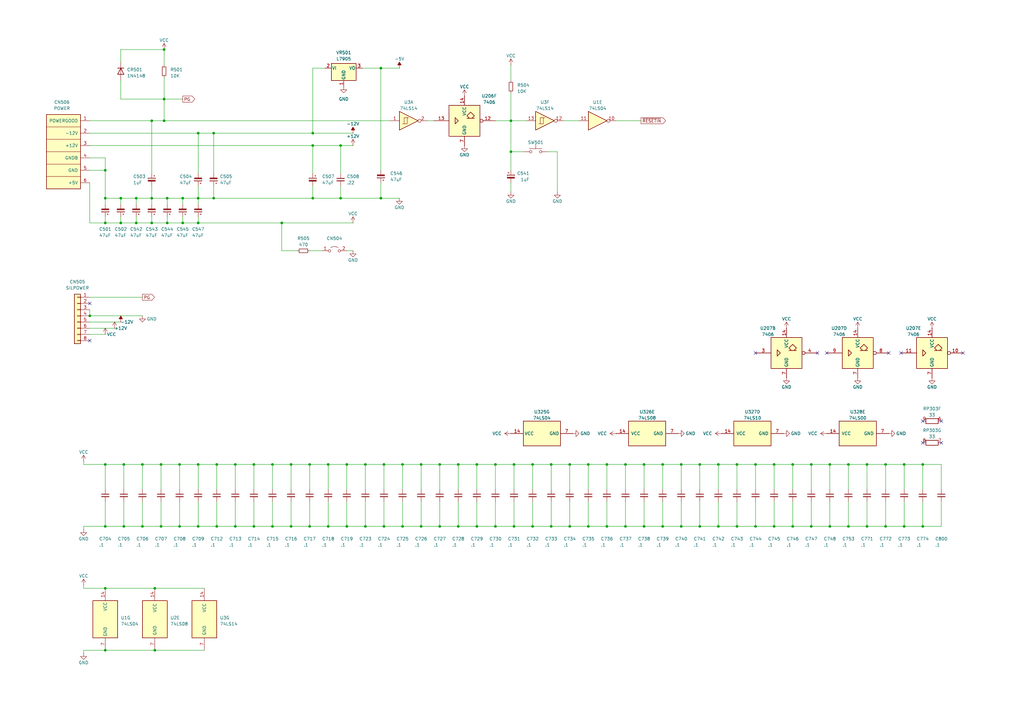
<source format=kicad_sch>
(kicad_sch (version 20231120) (generator "eeschema") (generator_version "8.0")
  (paper "A3")
  (title_block (title "Commodore PC10/CA") (rev "C") (comment 1 "312626") (comment 2 "POWER"))
  (junction (at 157.48 215.9))
  (junction (at 43.18 81.28))
  (junction (at 378.46 215.9))
  (junction (at 363.22 215.9))
  (junction (at 96.52 215.9))
  (junction (at 271.78 215.9))
  (junction (at 156.21 81.28))
  (junction (at 218.44 190.5))
  (junction (at 74.93 91.44))
  (junction (at 134.62 215.9))
  (junction (at 111.76 190.5))
  (junction (at 119.38 190.5))
  (junction (at 256.54 190.5))
  (junction (at 302.26 215.9))
  (junction (at 347.98 215.9))
  (junction (at 309.88 215.9))
  (junction (at 233.68 215.9))
  (junction (at 347.98 190.5))
  (junction (at 287.02 215.9))
  (junction (at 139.7 59.69))
  (junction (at 142.24 215.9))
  (junction (at 81.28 190.5))
  (junction (at 139.7 81.28))
  (junction (at 203.2 215.9))
  (junction (at 340.36 190.5))
  (junction (at 187.96 215.9))
  (junction (at 149.86 190.5))
  (junction (at 115.57 91.44))
  (junction (at 55.88 81.28))
  (junction (at 81.28 81.28))
  (junction (at 149.86 215.9))
  (junction (at 49.53 81.28))
  (junction (at 43.18 266.7))
  (junction (at 317.5 215.9))
  (junction (at 49.53 91.44))
  (junction (at 302.26 190.5))
  (junction (at 58.42 215.9))
  (junction (at 50.8 190.5))
  (junction (at 279.4 190.5))
  (junction (at 134.62 190.5))
  (junction (at 68.58 91.44))
  (junction (at 172.72 215.9))
  (junction (at 142.24 190.5))
  (junction (at 67.31 49.53))
  (junction (at 209.55 49.53))
  (junction (at 332.74 215.9))
  (junction (at 87.63 54.61))
  (junction (at 50.8 215.9))
  (junction (at 62.23 81.28))
  (junction (at 264.16 190.5))
  (junction (at 62.23 91.44))
  (junction (at 325.12 215.9))
  (junction (at 127 215.9))
  (junction (at 66.04 190.5))
  (junction (at 370.84 215.9))
  (junction (at 218.44 215.9))
  (junction (at 264.16 215.9))
  (junction (at 187.96 190.5))
  (junction (at 87.63 81.28))
  (junction (at 332.74 190.5))
  (junction (at 81.28 215.9))
  (junction (at 157.48 190.5))
  (junction (at 195.58 215.9))
  (junction (at 256.54 215.9))
  (junction (at 370.84 190.5))
  (junction (at 233.68 190.5))
  (junction (at 128.27 54.61))
  (junction (at 66.04 215.9))
  (junction (at 104.14 215.9))
  (junction (at 73.66 190.5))
  (junction (at 63.5 266.7))
  (junction (at 355.6 215.9))
  (junction (at 248.92 215.9))
  (junction (at 340.36 215.9))
  (junction (at 210.82 190.5))
  (junction (at 226.06 190.5))
  (junction (at 241.3 215.9))
  (junction (at 203.2 190.5))
  (junction (at 127 190.5))
  (junction (at 43.18 190.5))
  (junction (at 88.9 215.9))
  (junction (at 165.1 190.5))
  (junction (at 195.58 190.5))
  (junction (at 355.6 190.5))
  (junction (at 104.14 190.5))
  (junction (at 165.1 215.9))
  (junction (at 287.02 190.5))
  (junction (at 58.42 190.5))
  (junction (at 317.5 190.5))
  (junction (at 241.3 190.5))
  (junction (at 55.88 91.44))
  (junction (at 226.06 215.9))
  (junction (at 128.27 81.28))
  (junction (at 294.64 190.5))
  (junction (at 309.88 190.5))
  (junction (at 96.52 190.5))
  (junction (at 43.18 215.9))
  (junction (at 128.27 59.69))
  (junction (at 378.46 190.5))
  (junction (at 294.64 215.9))
  (junction (at 172.72 190.5))
  (junction (at 67.31 20.32))
  (junction (at 43.18 241.3))
  (junction (at 156.21 27.94))
  (junction (at 279.4 215.9))
  (junction (at 271.78 190.5))
  (junction (at 248.92 190.5))
  (junction (at 74.93 81.28))
  (junction (at 325.12 190.5))
  (junction (at 67.31 40.64))
  (junction (at 180.34 215.9))
  (junction (at 363.22 190.5))
  (junction (at 88.9 190.5))
  (junction (at 81.28 91.44))
  (junction (at 43.18 91.44))
  (junction (at 62.23 49.53))
  (junction (at 81.28 54.61))
  (junction (at 209.55 62.23))
  (junction (at 43.18 69.85))
  (junction (at 63.5 241.3))
  (junction (at 210.82 215.9))
  (junction (at 68.58 81.28))
  (junction (at 119.38 215.9))
  (junction (at 73.66 215.9))
  (junction (at 36.83 129.54))
  (junction (at 180.34 190.5))
  (junction (at 111.76 215.9))
  (no_connect (at 369.57 144.78))
  (no_connect (at 378.46 172.72))
  (no_connect (at 36.83 139.7))
  (no_connect (at 335.28 144.78))
  (no_connect (at 386.08 172.72))
  (no_connect (at 364.49 144.78))
  (no_connect (at 386.08 181.61))
  (no_connect (at 36.83 124.46))
  (no_connect (at 339.09 144.78))
  (no_connect (at 378.46 181.61))
  (no_connect (at 309.88 144.78))
  (no_connect (at 394.97 144.78))
  (wire (pts (xy 142.24 205.74) (xy 142.24 215.9)))
  (wire (pts (xy 87.63 54.61) (xy 87.63 71.12)))
  (wire (pts (xy 67.31 49.53) (xy 160.02 49.53)))
  (wire (pts (xy 378.46 190.5) (xy 386.08 190.5)))
  (wire (pts (xy 49.53 40.64) (xy 67.31 40.64)))
  (wire (pts (xy 248.92 215.9) (xy 256.54 215.9)))
  (wire (pts (xy 355.6 190.5) (xy 363.22 190.5)))
  (wire (pts (xy 68.58 81.28) (xy 68.58 83.82)))
  (wire (pts (xy 62.23 81.28) (xy 62.23 83.82)))
  (wire (pts (xy 115.57 91.44) (xy 115.57 102.87)))
  (wire (pts (xy 378.46 205.74) (xy 378.46 215.9)))
  (wire (pts (xy 287.02 215.9) (xy 294.64 215.9)))
  (wire (pts (xy 218.44 205.74) (xy 218.44 215.9)))
  (wire (pts (xy 111.76 190.5) (xy 111.76 200.66)))
  (wire (pts (xy 355.6 190.5) (xy 355.6 200.66)))
  (wire (pts (xy 226.06 215.9) (xy 233.68 215.9)))
  (wire (pts (xy 347.98 190.5) (xy 355.6 190.5)))
  (wire (pts (xy 157.48 215.9) (xy 165.1 215.9)))
  (wire (pts (xy 58.42 215.9) (xy 66.04 215.9)))
  (wire (pts (xy 142.24 215.9) (xy 149.86 215.9)))
  (wire (pts (xy 209.55 49.53) (xy 209.55 62.23)))
  (wire (pts (xy 386.08 190.5) (xy 386.08 200.66)))
  (wire (pts (xy 104.14 190.5) (xy 104.14 200.66)))
  (wire (pts (xy 68.58 91.44) (xy 74.93 91.44)))
  (wire (pts (xy 332.74 190.5) (xy 340.36 190.5)))
  (wire (pts (xy 218.44 190.5) (xy 218.44 200.66)))
  (wire (pts (xy 187.96 215.9) (xy 195.58 215.9)))
  (wire (pts (xy 119.38 190.5) (xy 127 190.5)))
  (wire (pts (xy 347.98 190.5) (xy 347.98 200.66)))
  (wire (pts (xy 96.52 205.74) (xy 96.52 215.9)))
  (wire (pts (xy 209.55 49.53) (xy 215.9 49.53)))
  (wire (pts (xy 127 190.5) (xy 134.62 190.5)))
  (wire (pts (xy 43.18 81.28) (xy 49.53 81.28)))
  (wire (pts (xy 241.3 215.9) (xy 248.92 215.9)))
  (wire (pts (xy 43.18 190.5) (xy 50.8 190.5)))
  (wire (pts (xy 180.34 190.5) (xy 187.96 190.5)))
  (wire (pts (xy 49.53 81.28) (xy 49.53 83.82)))
  (wire (pts (xy 156.21 81.28) (xy 163.83 81.28)))
  (wire (pts (xy 58.42 190.5) (xy 58.42 200.66)))
  (wire (pts (xy 115.57 102.87) (xy 121.92 102.87)))
  (wire (pts (xy 34.29 215.9) (xy 34.29 217.17)))
  (wire (pts (xy 340.36 190.5) (xy 347.98 190.5)))
  (wire (pts (xy 340.36 190.5) (xy 340.36 200.66)))
  (wire (pts (xy 370.84 190.5) (xy 378.46 190.5)))
  (wire (pts (xy 157.48 215.9) (xy 157.48 205.74)))
  (wire (pts (xy 226.06 205.74) (xy 226.06 215.9)))
  (wire (pts (xy 142.24 102.87) (xy 144.78 102.87)))
  (wire (pts (xy 209.55 62.23) (xy 214.63 62.23)))
  (wire (pts (xy 127 205.74) (xy 127 215.9)))
  (wire (pts (xy 67.31 26.67) (xy 67.31 20.32)))
  (wire (pts (xy 36.83 49.53) (xy 62.23 49.53)))
  (wire (pts (xy 34.29 215.9) (xy 43.18 215.9)))
  (wire (pts (xy 111.76 190.5) (xy 119.38 190.5)))
  (wire (pts (xy 264.16 215.9) (xy 264.16 205.74)))
  (wire (pts (xy 104.14 190.5) (xy 111.76 190.5)))
  (wire (pts (xy 302.26 205.74) (xy 302.26 215.9)))
  (wire (pts (xy 67.31 40.64) (xy 74.93 40.64)))
  (wire (pts (xy 218.44 190.5) (xy 226.06 190.5)))
  (wire (pts (xy 55.88 91.44) (xy 62.23 91.44)))
  (wire (pts (xy 55.88 81.28) (xy 55.88 83.82)))
  (wire (pts (xy 271.78 215.9) (xy 279.4 215.9)))
  (wire (pts (xy 58.42 190.5) (xy 66.04 190.5)))
  (wire (pts (xy 386.08 205.74) (xy 386.08 215.9)))
  (wire (pts (xy 36.83 64.77) (xy 43.18 64.77)))
  (wire (pts (xy 49.53 20.32) (xy 49.53 25.4)))
  (wire (pts (xy 294.64 205.74) (xy 294.64 215.9)))
  (wire (pts (xy 34.29 241.3) (xy 43.18 241.3)))
  (wire (pts (xy 370.84 190.5) (xy 370.84 200.66)))
  (wire (pts (xy 157.48 190.5) (xy 165.1 190.5)))
  (wire (pts (xy 36.83 59.69) (xy 128.27 59.69)))
  (wire (pts (xy 209.55 33.02) (xy 209.55 26.67)))
  (wire (pts (xy 67.31 40.64) (xy 67.31 49.53)))
  (wire (pts (xy 119.38 190.5) (xy 119.38 200.66)))
  (wire (pts (xy 325.12 190.5) (xy 325.12 200.66)))
  (wire (pts (xy 63.5 241.3) (xy 83.82 241.3)))
  (wire (pts (xy 127 102.87) (xy 132.08 102.87)))
  (wire (pts (xy 49.53 91.44) (xy 55.88 91.44)))
  (wire (pts (xy 195.58 215.9) (xy 203.2 215.9)))
  (wire (pts (xy 73.66 215.9) (xy 73.66 205.74)))
  (wire (pts (xy 74.93 91.44) (xy 81.28 91.44)))
  (wire (pts (xy 43.18 64.77) (xy 43.18 69.85)))
  (wire (pts (xy 256.54 205.74) (xy 256.54 215.9)))
  (wire (pts (xy 43.18 205.74) (xy 43.18 215.9)))
  (wire (pts (xy 203.2 49.53) (xy 209.55 49.53)))
  (wire (pts (xy 264.16 215.9) (xy 271.78 215.9)))
  (wire (pts (xy 203.2 190.5) (xy 203.2 200.66)))
  (wire (pts (xy 62.23 76.2) (xy 62.23 81.28)))
  (wire (pts (xy 36.83 74.93) (xy 36.83 91.44)))
  (wire (pts (xy 317.5 215.9) (xy 325.12 215.9)))
  (wire (pts (xy 128.27 59.69) (xy 139.7 59.69)))
  (wire (pts (xy 149.86 205.74) (xy 149.86 215.9)))
  (wire (pts (xy 241.3 190.5) (xy 241.3 200.66)))
  (wire (pts (xy 203.2 215.9) (xy 210.82 215.9)))
  (wire (pts (xy 62.23 91.44) (xy 68.58 91.44)))
  (wire (pts (xy 43.18 91.44) (xy 43.18 88.9)))
  (wire (pts (xy 370.84 215.9) (xy 378.46 215.9)))
  (wire (pts (xy 279.4 190.5) (xy 279.4 200.66)))
  (wire (pts (xy 36.83 69.85) (xy 43.18 69.85)))
  (wire (pts (xy 378.46 215.9) (xy 386.08 215.9)))
  (wire (pts (xy 187.96 215.9) (xy 187.96 205.74)))
  (wire (pts (xy 119.38 205.74) (xy 119.38 215.9)))
  (wire (pts (xy 210.82 190.5) (xy 218.44 190.5)))
  (wire (pts (xy 36.83 121.92) (xy 58.42 121.92)))
  (wire (pts (xy 87.63 76.2) (xy 87.63 81.28)))
  (wire (pts (xy 49.53 132.08) (xy 36.83 132.08)))
  (wire (pts (xy 66.04 190.5) (xy 66.04 200.66)))
  (wire (pts (xy 317.5 190.5) (xy 317.5 200.66)))
  (wire (pts (xy 88.9 190.5) (xy 88.9 200.66)))
  (wire (pts (xy 127 190.5) (xy 127 200.66)))
  (wire (pts (xy 248.92 190.5) (xy 248.92 200.66)))
  (wire (pts (xy 165.1 190.5) (xy 172.72 190.5)))
  (wire (pts (xy 43.18 190.5) (xy 43.18 200.66)))
  (wire (pts (xy 149.86 190.5) (xy 157.48 190.5)))
  (wire (pts (xy 134.62 215.9) (xy 142.24 215.9)))
  (wire (pts (xy 287.02 190.5) (xy 294.64 190.5)))
  (wire (pts (xy 104.14 205.74) (xy 104.14 215.9)))
  (wire (pts (xy 228.6 62.23) (xy 228.6 78.74)))
  (wire (pts (xy 271.78 215.9) (xy 271.78 205.74)))
  (wire (pts (xy 34.29 190.5) (xy 34.29 189.23)))
  (wire (pts (xy 36.83 54.61) (xy 81.28 54.61)))
  (wire (pts (xy 302.26 190.5) (xy 309.88 190.5)))
  (wire (pts (xy 96.52 190.5) (xy 104.14 190.5)))
  (wire (pts (xy 142.24 190.5) (xy 142.24 200.66)))
  (wire (pts (xy 187.96 190.5) (xy 187.96 200.66)))
  (wire (pts (xy 172.72 190.5) (xy 180.34 190.5)))
  (wire (pts (xy 180.34 190.5) (xy 180.34 200.66)))
  (wire (pts (xy 128.27 59.69) (xy 128.27 71.12)))
  (wire (pts (xy 36.83 129.54) (xy 58.42 129.54)))
  (wire (pts (xy 128.27 81.28) (xy 139.7 81.28)))
  (wire (pts (xy 332.74 215.9) (xy 340.36 215.9)))
  (wire (pts (xy 49.53 33.02) (xy 49.53 40.64)))
  (wire (pts (xy 363.22 215.9) (xy 370.84 215.9)))
  (wire (pts (xy 67.31 20.32) (xy 49.53 20.32)))
  (wire (pts (xy 81.28 91.44) (xy 115.57 91.44)))
  (wire (pts (xy 43.18 69.85) (xy 43.18 81.28)))
  (wire (pts (xy 36.83 127) (xy 36.83 129.54)))
  (wire (pts (xy 175.26 49.53) (xy 177.8 49.53)))
  (wire (pts (xy 248.92 190.5) (xy 256.54 190.5)))
  (wire (pts (xy 195.58 190.5) (xy 203.2 190.5)))
  (wire (pts (xy 203.2 215.9) (xy 203.2 205.74)))
  (wire (pts (xy 81.28 81.28) (xy 81.28 83.82)))
  (wire (pts (xy 210.82 205.74) (xy 210.82 215.9)))
  (wire (pts (xy 128.27 76.2) (xy 128.27 81.28)))
  (wire (pts (xy 43.18 83.82) (xy 43.18 81.28)))
  (wire (pts (xy 49.53 81.28) (xy 55.88 81.28)))
  (wire (pts (xy 127 215.9) (xy 134.62 215.9)))
  (wire (pts (xy 218.44 215.9) (xy 226.06 215.9)))
  (wire (pts (xy 195.58 215.9) (xy 195.58 205.74)))
  (wire (pts (xy 256.54 190.5) (xy 264.16 190.5)))
  (wire (pts (xy 195.58 190.5) (xy 195.58 200.66)))
  (wire (pts (xy 73.66 190.5) (xy 81.28 190.5)))
  (wire (pts (xy 256.54 215.9) (xy 264.16 215.9)))
  (wire (pts (xy 73.66 190.5) (xy 73.66 200.66)))
  (wire (pts (xy 134.62 190.5) (xy 134.62 200.66)))
  (wire (pts (xy 96.52 215.9) (xy 104.14 215.9)))
  (wire (pts (xy 46.99 134.62) (xy 36.83 134.62)))
  (wire (pts (xy 66.04 215.9) (xy 73.66 215.9)))
  (wire (pts (xy 332.74 190.5) (xy 332.74 200.66)))
  (wire (pts (xy 104.14 215.9) (xy 111.76 215.9)))
  (wire (pts (xy 309.88 190.5) (xy 309.88 200.66)))
  (wire (pts (xy 233.68 215.9) (xy 241.3 215.9)))
  (wire (pts (xy 139.7 59.69) (xy 144.78 59.69)))
  (wire (pts (xy 294.64 215.9) (xy 302.26 215.9)))
  (wire (pts (xy 231.14 49.53) (xy 237.49 49.53)))
  (wire (pts (xy 309.88 190.5) (xy 317.5 190.5)))
  (wire (pts (xy 63.5 266.7) (xy 83.82 266.7)))
  (wire (pts (xy 81.28 76.2) (xy 81.28 81.28)))
  (wire (pts (xy 81.28 88.9) (xy 81.28 91.44)))
  (wire (pts (xy 134.62 190.5) (xy 142.24 190.5)))
  (wire (pts (xy 264.16 190.5) (xy 271.78 190.5)))
  (wire (pts (xy 172.72 215.9) (xy 180.34 215.9)))
  (wire (pts (xy 36.83 91.44) (xy 43.18 91.44)))
  (wire (pts (xy 180.34 215.9) (xy 187.96 215.9)))
  (wire (pts (xy 180.34 215.9) (xy 180.34 205.74)))
  (wire (pts (xy 81.28 54.61) (xy 81.28 71.12)))
  (wire (pts (xy 111.76 205.74) (xy 111.76 215.9)))
  (wire (pts (xy 142.24 190.5) (xy 149.86 190.5)))
  (wire (pts (xy 34.29 266.7) (xy 34.29 267.97)))
  (wire (pts (xy 74.93 81.28) (xy 81.28 81.28)))
  (wire (pts (xy 55.88 88.9) (xy 55.88 91.44)))
  (wire (pts (xy 209.55 62.23) (xy 209.55 69.85)))
  (wire (pts (xy 139.7 59.69) (xy 139.7 71.12)))
  (wire (pts (xy 81.28 190.5) (xy 81.28 200.66)))
  (wire (pts (xy 34.29 190.5) (xy 43.18 190.5)))
  (wire (pts (xy 128.27 27.94) (xy 133.35 27.94)))
  (wire (pts (xy 43.18 266.7) (xy 63.5 266.7)))
  (wire (pts (xy 81.28 81.28) (xy 87.63 81.28)))
  (wire (pts (xy 287.02 190.5) (xy 287.02 200.66)))
  (wire (pts (xy 55.88 81.28) (xy 62.23 81.28)))
  (wire (pts (xy 325.12 215.9) (xy 332.74 215.9)))
  (wire (pts (xy 96.52 190.5) (xy 96.52 200.66)))
  (wire (pts (xy 34.29 266.7) (xy 43.18 266.7)))
  (wire (pts (xy 149.86 190.5) (xy 149.86 200.66)))
  (wire (pts (xy 203.2 190.5) (xy 210.82 190.5)))
  (wire (pts (xy 81.28 215.9) (xy 88.9 215.9)))
  (wire (pts (xy 279.4 215.9) (xy 287.02 215.9)))
  (wire (pts (xy 43.18 241.3) (xy 63.5 241.3)))
  (wire (pts (xy 325.12 205.74) (xy 325.12 215.9)))
  (wire (pts (xy 165.1 215.9) (xy 172.72 215.9)))
  (wire (pts (xy 43.18 215.9) (xy 50.8 215.9)))
  (wire (pts (xy 363.22 190.5) (xy 363.22 200.66)))
  (wire (pts (xy 74.93 81.28) (xy 74.93 83.82)))
  (wire (pts (xy 81.28 54.61) (xy 87.63 54.61)))
  (wire (pts (xy 294.64 190.5) (xy 294.64 200.66)))
  (wire (pts (xy 302.26 215.9) (xy 309.88 215.9)))
  (wire (pts (xy 233.68 190.5) (xy 241.3 190.5)))
  (wire (pts (xy 34.29 241.3) (xy 34.29 240.03)))
  (wire (pts (xy 43.18 91.44) (xy 49.53 91.44)))
  (wire (pts (xy 302.26 190.5) (xy 302.26 200.66)))
  (wire (pts (xy 50.8 215.9) (xy 58.42 215.9)))
  (wire (pts (xy 149.86 215.9) (xy 157.48 215.9)))
  (wire (pts (xy 287.02 205.74) (xy 287.02 215.9)))
  (wire (pts (xy 62.23 81.28) (xy 68.58 81.28)))
  (wire (pts (xy 271.78 190.5) (xy 271.78 200.66)))
  (wire (pts (xy 62.23 49.53) (xy 62.23 71.12)))
  (wire (pts (xy 271.78 190.5) (xy 279.4 190.5)))
  (wire (pts (xy 87.63 54.61) (xy 128.27 54.61)))
  (wire (pts (xy 139.7 76.2) (xy 139.7 81.28)))
  (wire (pts (xy 73.66 215.9) (xy 81.28 215.9)))
  (wire (pts (xy 172.72 190.5) (xy 172.72 200.66)))
  (wire (pts (xy 248.92 205.74) (xy 248.92 215.9)))
  (wire (pts (xy 317.5 205.74) (xy 317.5 215.9)))
  (wire (pts (xy 264.16 190.5) (xy 264.16 200.66)))
  (wire (pts (xy 66.04 215.9) (xy 66.04 205.74)))
  (wire (pts (xy 256.54 190.5) (xy 256.54 200.66)))
  (wire (pts (xy 252.73 49.53) (xy 262.89 49.53)))
  (wire (pts (xy 226.06 190.5) (xy 226.06 200.66)))
  (wire (pts (xy 81.28 215.9) (xy 81.28 205.74)))
  (wire (pts (xy 50.8 215.9) (xy 50.8 205.74)))
  (wire (pts (xy 209.55 38.1) (xy 209.55 49.53)))
  (wire (pts (xy 157.48 190.5) (xy 157.48 200.66)))
  (wire (pts (xy 209.55 78.74) (xy 209.55 74.93)))
  (wire (pts (xy 139.7 81.28) (xy 156.21 81.28)))
  (wire (pts (xy 309.88 215.9) (xy 317.5 215.9)))
  (wire (pts (xy 156.21 27.94) (xy 163.83 27.94)))
  (wire (pts (xy 111.76 215.9) (xy 119.38 215.9)))
  (wire (pts (xy 134.62 205.74) (xy 134.62 215.9)))
  (wire (pts (xy 233.68 205.74) (xy 233.68 215.9)))
  (wire (pts (xy 363.22 190.5) (xy 370.84 190.5)))
  (wire (pts (xy 172.72 215.9) (xy 172.72 205.74)))
  (wire (pts (xy 279.4 205.74) (xy 279.4 215.9)))
  (wire (pts (xy 50.8 190.5) (xy 50.8 200.66)))
  (wire (pts (xy 62.23 49.53) (xy 67.31 49.53)))
  (wire (pts (xy 210.82 190.5) (xy 210.82 200.66)))
  (wire (pts (xy 279.4 190.5) (xy 287.02 190.5)))
  (wire (pts (xy 74.93 88.9) (xy 74.93 91.44)))
  (wire (pts (xy 233.68 190.5) (xy 233.68 200.66)))
  (wire (pts (xy 81.28 190.5) (xy 88.9 190.5)))
  (wire (pts (xy 88.9 215.9) (xy 88.9 205.74)))
  (wire (pts (xy 378.46 190.5) (xy 378.46 200.66)))
  (wire (pts (xy 43.18 137.16) (xy 36.83 137.16)))
  (wire (pts (xy 156.21 74.93) (xy 156.21 81.28)))
  (wire (pts (xy 62.23 88.9) (xy 62.23 91.44)))
  (wire (pts (xy 66.04 190.5) (xy 73.66 190.5)))
  (wire (pts (xy 119.38 215.9) (xy 127 215.9)))
  (wire (pts (xy 88.9 215.9) (xy 96.52 215.9)))
  (wire (pts (xy 115.57 91.44) (xy 144.78 91.44)))
  (wire (pts (xy 148.59 27.94) (xy 156.21 27.94)))
  (wire (pts (xy 128.27 54.61) (xy 128.27 27.94)))
  (wire (pts (xy 347.98 215.9) (xy 355.6 215.9)))
  (wire (pts (xy 355.6 215.9) (xy 363.22 215.9)))
  (wire (pts (xy 370.84 205.74) (xy 370.84 215.9)))
  (wire (pts (xy 187.96 190.5) (xy 195.58 190.5)))
  (wire (pts (xy 88.9 190.5) (xy 96.52 190.5)))
  (wire (pts (xy 340.36 205.74) (xy 340.36 215.9)))
  (wire (pts (xy 50.8 190.5) (xy 58.42 190.5)))
  (wire (pts (xy 317.5 190.5) (xy 325.12 190.5)))
  (wire (pts (xy 347.98 205.74) (xy 347.98 215.9)))
  (wire (pts (xy 241.3 205.74) (xy 241.3 215.9)))
  (wire (pts (xy 58.42 215.9) (xy 58.42 205.74)))
  (wire (pts (xy 224.79 62.23) (xy 228.6 62.23)))
  (wire (pts (xy 128.27 54.61) (xy 144.78 54.61)))
  (wire (pts (xy 68.58 88.9) (xy 68.58 91.44)))
  (wire (pts (xy 156.21 27.94) (xy 156.21 69.85)))
  (wire (pts (xy 355.6 205.74) (xy 355.6 215.9)))
  (wire (pts (xy 226.06 190.5) (xy 233.68 190.5)))
  (wire (pts (xy 87.63 81.28) (xy 128.27 81.28)))
  (wire (pts (xy 68.58 81.28) (xy 74.93 81.28)))
  (wire (pts (xy 363.22 205.74) (xy 363.22 215.9)))
  (wire (pts (xy 294.64 190.5) (xy 302.26 190.5)))
  (wire (pts (xy 165.1 215.9) (xy 165.1 205.74)))
  (wire (pts (xy 340.36 215.9) (xy 347.98 215.9)))
  (wire (pts (xy 309.88 205.74) (xy 309.88 215.9)))
  (wire (pts (xy 325.12 190.5) (xy 332.74 190.5)))
  (wire (pts (xy 332.74 205.74) (xy 332.74 215.9)))
  (wire (pts (xy 241.3 190.5) (xy 248.92 190.5)))
  (wire (pts (xy 165.1 190.5) (xy 165.1 200.66)))
  (wire (pts (xy 67.31 31.75) (xy 67.31 40.64)))
  (wire (pts (xy 210.82 215.9) (xy 218.44 215.9)))
  (wire (pts (xy 49.53 88.9) (xy 49.53 91.44)))
  (global_label "~{RESETIN}" (shape output) (at 262.89 49.53 0) (property "Intersheetrefs" "${INTERSHEET_REFS}" (effects (hide yes))))
  (global_label "PG" (shape output) (at 74.93 40.64 0) (property "Intersheetrefs" "${INTERSHEET_REFS}" (effects (hide yes))))
  (global_label "PG" (shape output) (at 58.42 121.92 0) (property "Intersheetrefs" "${INTERSHEET_REFS}" (effects (hide yes))))
  (symbol (lib_id "power:VCC") (at 34.29 189.23 0) (unit 1)
    (property "Reference" "#PWR0319" (effects (hide yes)))
    (property "Value" "VCC" (at 34.29 185.42 0))
  )
  (symbol (lib_id "Device:C_Small") (at 271.78 203.2 0) (unit 1)
    (property "Reference" "C739" (at 269.24 220.98 0) (effects (justify left)))
    (property "Value" ".1" (at 269.24 223.52 0) (effects (justify left)))
    (property "Footprint" "CBM-PC10:C_Disc_P5.00mm" (effects (hide yes)))
  )
  (symbol (lib_id "Device:C_Small") (at 149.86 203.2 0) (unit 1)
    (property "Reference" "C723" (at 147.32 220.98 0) (effects (justify left)))
    (property "Value" ".1" (at 147.32 223.52 0) (effects (justify left)))
    (property "Footprint" "CBM-PC10:C_Disc_P5.00mm" (effects (hide yes)))
  )
  (symbol (lib_id "Device:C_Small") (at 58.42 203.2 0) (unit 1)
    (property "Reference" "C706" (at 55.88 220.98 0) (effects (justify left)))
    (property "Value" ".1" (at 55.88 223.52 0) (effects (justify left)))
    (property "Footprint" "CBM-PC10:C_Disc_P5.00mm" (effects (hide yes)))
  )
  (symbol (lib_id "Device:C_Small") (at 195.58 203.2 0) (unit 1)
    (property "Reference" "C729" (at 193.04 220.98 0) (effects (justify left)))
    (property "Value" ".1" (at 193.04 223.52 0) (effects (justify left)))
    (property "Footprint" "CBM-PC10:C_Disc_P5.00mm" (effects (hide yes)))
  )
  (symbol (lib_id "Device:C_Small") (at 347.98 203.2 0) (unit 1)
    (property "Reference" "C753" (at 345.44 220.98 0) (effects (justify left)))
    (property "Value" ".1" (at 345.44 223.52 0) (effects (justify left)))
    (property "Footprint" "CBM-PC10:C_Disc_P5.00mm" (effects (hide yes)))
  )
  (symbol (lib_id "74xx_IEEE:7406") (at 351.79 144.78 0) (unit 4)
    (property "Reference" "U207" (at 344.17 134.62 0))
    (property "Value" "7406" (at 344.17 137.16 0))
    (property "Footprint" "CBM-PC10:DIP-14_W7.62mm" (effects (hide yes)))
  )
  (symbol (lib_id "power:GND") (at 364.49 177.8 90) (unit 1)
    (property "Reference" "#PWR0240" (effects (hide yes)))
    (property "Value" "GND" (at 369.57 177.8 90))
  )
  (symbol (lib_id "power:-12V") (at 49.53 132.08 0) (unit 1)
    (property "Reference" "#PWR0255" (effects (hide yes)))
    (property "Value" "-12V" (at 52.07 132.08 0))
  )
  (symbol (lib_id "power:VCC") (at 209.55 177.8 90) (unit 1)
    (property "Reference" "#PWR0187" (effects (hide yes)))
    (property "Value" "VCC" (at 203.835 177.8 90))
  )
  (symbol (lib_id "Diode:1N4148") (at 49.53 29.21 270) (unit 1)
    (property "Reference" "CR501" (at 52.07 28.575 90) (effects (justify left)))
    (property "Value" "1N4148" (at 52.07 31.115 90) (effects (justify left)))
    (property "Footprint" "CBM-PC10:Diode_Axial_P12.70mm" (effects (hide yes)))
    (property "Datasheet" "https://assets.nexperia.com/documents/data-sheet/1N4148_1N4448.pdf" (effects (hide yes)))
    (property "Sim.Device" "D" (effects (hide yes)))
    (property "Sim.Pins" "1=K 2=A" (effects (hide yes)))
  )
  (symbol (lib_id "power:GND") (at 278.13 177.8 90) (unit 1)
    (property "Reference" "#PWR0190" (effects (hide yes)))
    (property "Value" "GND" (at 283.21 177.8 90))
  )
  (symbol (lib_id "74xx_IEEE:7406") (at 382.27 144.78 0) (unit 5)
    (property "Reference" "U207" (at 374.65 134.62 0))
    (property "Value" "7406" (at 374.65 137.16 0))
    (property "Footprint" "CBM-PC10:DIP-14_W7.62mm" (effects (hide yes)))
  )
  (symbol (lib_id "74xx:74LS08") (at 63.5 254 0) (unit 5)
    (property "Reference" "U2" (at 69.85 253.365 0) (effects (justify left)))
    (property "Value" "74LS08" (at 69.85 255.905 0) (effects (justify left)))
    (property "Footprint" "CBM-PC10:DIP-14_W7.62mm" (effects (hide yes)))
    (property "Datasheet" "http://www.ti.com/lit/gpn/sn74LS08" (effects (hide yes)))
  )
  (symbol (lib_id "power:GND") (at 321.31 177.8 90) (unit 1)
    (property "Reference" "#PWR0238" (effects (hide yes)))
    (property "Value" "GND" (at 326.39 177.8 90))
  )
  (symbol (lib_id "Device:C_Small") (at 180.34 203.2 0) (unit 1)
    (property "Reference" "C727" (at 177.8 220.98 0) (effects (justify left)))
    (property "Value" ".1" (at 177.8 223.52 0) (effects (justify left)))
    (property "Footprint" "CBM-PC10:C_Disc_P5.00mm" (effects (hide yes)))
  )
  (symbol (lib_id "power:VCC") (at 382.27 134.62 0) (unit 1)
    (property "Reference" "#PWR0271" (effects (hide yes)))
    (property "Value" "VCC" (at 382.27 130.81 0))
  )
  (symbol (lib_id "Device:C_Polarized_Small") (at 43.18 86.36 180) (unit 1)
    (property "Reference" "C501" (at 40.64 93.98 0) (effects (justify right)))
    (property "Value" "47uF" (at 40.64 96.52 0) (effects (justify right)))
    (property "Footprint" "CBM-PC10:Electrolytic_P5.00mm" (effects (hide yes)))
  )
  (symbol (lib_id "Switch:SW_Push") (at 219.71 62.23 0) (unit 1)
    (property "Reference" "SW501" (at 219.71 58.42 0))
    (property "Value" "SW_Push" (effects (hide yes)))
    (property "Footprint" "CBM-PC10:SW501" (effects (hide yes)))
  )
  (symbol (lib_id "power:VCC") (at 209.55 26.67 0) (unit 1)
    (property "Reference" "#PWR0321" (effects (hide yes)))
    (property "Value" "VCC" (at 209.55 22.86 0))
  )
  (symbol (lib_id "power:VCC") (at 339.09 177.8 90) (unit 1)
    (property "Reference" "#PWR0239" (effects (hide yes)))
    (property "Value" "VCC" (at 333.375 177.8 90))
  )
  (symbol (lib_id "74xx:74LS14") (at 167.64 49.53 0) (unit 1)
    (property "Reference" "U3" (at 167.64 41.91 0))
    (property "Value" "74LS14" (at 167.64 44.45 0))
    (property "Footprint" "CBM-PC10:DIP-14_W7.62mm" (effects (hide yes)))
    (property "Datasheet" "http://www.ti.com/lit/gpn/sn74LS14" (effects (hide yes)))
  )
  (symbol (lib_id "Device:C_Polarized_Small") (at 81.28 86.36 180) (unit 1)
    (property "Reference" "C547" (at 78.74 93.98 0) (effects (justify right)))
    (property "Value" "47uF" (at 78.74 96.52 0) (effects (justify right)))
    (property "Footprint" "CBM-PC10:Electrolytic_P5.00mm" (effects (hide yes)))
  )
  (symbol (lib_id "power:-5V") (at 163.83 27.94 0) (unit 1)
    (property "Reference" "#PWR0263" (effects (hide yes)))
    (property "Value" "-5V" (at 163.83 24.13 0))
  )
  (symbol (lib_id "Device:C_Small") (at 139.7 73.66 0) (unit 1)
    (property "Reference" "C508" (at 142.24 72.39 0) (effects (justify left)))
    (property "Value" ".22" (at 142.24 74.93 0) (effects (justify left)))
    (property "Footprint" "CBM-PC10:C_Disc_P5.00mm" (effects (hide yes)))
  )
  (symbol (lib_id "Device:C_Small") (at 218.44 203.2 0) (unit 1)
    (property "Reference" "C732" (at 215.9 220.98 0) (effects (justify left)))
    (property "Value" ".1" (at 215.9 223.52 0) (effects (justify left)))
    (property "Footprint" "CBM-PC10:C_Disc_P5.00mm" (effects (hide yes)))
  )
  (symbol (lib_id "Device:C_Small") (at 287.02 203.2 0) (unit 1)
    (property "Reference" "C741" (at 284.48 220.98 0) (effects (justify left)))
    (property "Value" ".1" (at 284.48 223.52 0) (effects (justify left)))
    (property "Footprint" "CBM-PC10:C_Disc_P5.00mm" (effects (hide yes)))
  )
  (symbol (lib_id "power:-12V") (at 144.78 54.61 0) (unit 1)
    (property "Reference" "#PWR0259" (effects (hide yes)))
    (property "Value" "-12V" (at 144.78 50.8 0))
  )
  (symbol (lib_id "Device:C_Small") (at 294.64 203.2 0) (unit 1)
    (property "Reference" "C742" (at 292.1 220.98 0) (effects (justify left)))
    (property "Value" ".1" (at 292.1 223.52 0) (effects (justify left)))
    (property "Footprint" "CBM-PC10:C_Disc_P5.00mm" (effects (hide yes)))
  )
  (symbol (lib_id "74xx:74LS04") (at 245.11 49.53 0) (unit 5)
    (property "Reference" "U1" (at 245.11 41.91 0))
    (property "Value" "74LS04" (at 245.11 44.45 0))
    (property "Footprint" "CBM-PC10:DIP-14_W7.62mm" (effects (hide yes)))
    (property "Datasheet" "http://www.ti.com/lit/gpn/sn74LS04" (effects (hide yes)))
  )
  (symbol (lib_id "Device:C_Polarized_Small") (at 55.88 86.36 180) (unit 1)
    (property "Reference" "C542" (at 53.34 93.98 0) (effects (justify right)))
    (property "Value" "47uF" (at 53.34 96.52 0) (effects (justify right)))
    (property "Footprint" "CBM-PC10:Electrolytic_P5.00mm" (effects (hide yes)))
  )
  (symbol (lib_id "Device:C_Polarized_Small") (at 62.23 73.66 0) (mirror y) (unit 1)
    (property "Reference" "C503" (at 54.61 72.39 0) (effects (justify right)))
    (property "Value" "1uF" (at 54.61 74.93 0) (effects (justify right)))
    (property "Footprint" "CBM-PC10:Electrolytic_P5.00mm" (effects (hide yes)))
  )
  (symbol (lib_id "power:GND") (at 190.5 59.69 0) (unit 1)
    (property "Reference" "#PWR0264" (effects (hide yes)))
    (property "Value" "GND" (at 190.5 63.5 0))
  )
  (symbol (lib_id "PC10_IC:POWER") (at 31.75 54.61 0) (mirror y) (unit 1)
    (property "Reference" "CN506" (at 25.4 41.91 0))
    (property "Value" "POWER" (at 25.4 44.45 0))
    (property "Footprint" "CBM-PC10:CN506" (effects (hide yes)))
  )
  (symbol (lib_id "74xx:74LS04") (at 222.25 177.8 90) (unit 7)
    (property "Reference" "U325" (at 222.25 168.91 90))
    (property "Value" "74LS04" (at 222.25 171.45 90))
    (property "Footprint" "CBM-PC10:DIP-14_W7.62mm" (effects (hide yes)))
    (property "Datasheet" "http://www.ti.com/lit/gpn/sn74LS04" (effects (hide yes)))
  )
  (symbol (lib_id "Device:C_Polarized_Small") (at 209.55 72.39 0) (unit 1)
    (property "Reference" "C541" (at 217.17 71.12 0) (effects (justify right)))
    (property "Value" "1uF" (at 217.17 73.66 0) (effects (justify right)))
    (property "Footprint" "CBM-PC10:Electrolytic_P5.00mm" (effects (hide yes)))
  )
  (symbol (lib_id "Device:C_Small") (at 309.88 203.2 0) (unit 1)
    (property "Reference" "C744" (at 307.34 220.98 0) (effects (justify left)))
    (property "Value" ".1" (at 307.34 223.52 0) (effects (justify left)))
    (property "Footprint" "CBM-PC10:C_Disc_P5.00mm" (effects (hide yes)))
  )
  (symbol (lib_id "Device:C_Small") (at 96.52 203.2 0) (unit 1)
    (property "Reference" "C713" (at 93.98 220.98 0) (effects (justify left)))
    (property "Value" ".1" (at 93.98 223.52 0) (effects (justify left)))
    (property "Footprint" "CBM-PC10:C_Disc_P5.00mm" (effects (hide yes)))
  )
  (symbol (lib_id "Device:C_Small") (at 172.72 203.2 0) (unit 1)
    (property "Reference" "C726" (at 170.18 220.98 0) (effects (justify left)))
    (property "Value" ".1" (at 170.18 223.52 0) (effects (justify left)))
    (property "Footprint" "CBM-PC10:C_Disc_P5.00mm" (effects (hide yes)))
  )
  (symbol (lib_id "Device:C_Small") (at 165.1 203.2 0) (unit 1)
    (property "Reference" "C725" (at 162.56 220.98 0) (effects (justify left)))
    (property "Value" ".1" (at 162.56 223.52 0) (effects (justify left)))
    (property "Footprint" "CBM-PC10:C_Disc_P5.00mm" (effects (hide yes)))
  )
  (symbol (lib_id "power:GND") (at 34.29 217.17 0) (unit 1)
    (property "Reference" "#PWR0251" (effects (hide yes)))
    (property "Value" "GND" (at 34.29 220.98 0))
  )
  (symbol (lib_id "Device:C_Small") (at 43.18 203.2 0) (unit 1)
    (property "Reference" "C704" (at 40.64 220.98 0) (effects (justify left)))
    (property "Value" ".1" (at 40.64 223.52 0) (effects (justify left)))
    (property "Footprint" "CBM-PC10:C_Disc_P5.00mm" (effects (hide yes)))
  )
  (symbol (lib_id "power:GND") (at 140.97 35.56 0) (unit 1)
    (property "Reference" "#PWR0261" (effects (hide yes)))
    (property "Value" "GND" (at 140.97 40.64 0))
  )
  (symbol (lib_id "Device:C_Small") (at 378.46 203.2 0) (unit 1)
    (property "Reference" "C774" (at 375.92 220.98 0) (effects (justify left)))
    (property "Value" ".1" (at 375.92 223.52 0) (effects (justify left)))
    (property "Footprint" "CBM-PC10:C_Disc_P5.00mm" (effects (hide yes)))
  )
  (symbol (lib_id "74xx:74LS04") (at 43.18 254 0) (unit 7)
    (property "Reference" "U1" (at 49.53 253.365 0) (effects (justify left)))
    (property "Value" "74LS04" (at 49.53 255.905 0) (effects (justify left)))
    (property "Footprint" "CBM-PC10:DIP-14_W7.62mm" (effects (hide yes)))
    (property "Datasheet" "http://www.ti.com/lit/gpn/sn74LS04" (effects (hide yes)))
  )
  (symbol (lib_id "power:+12V") (at 46.99 134.62 0) (unit 1)
    (property "Reference" "#PWR0320" (effects (hide yes)))
    (property "Value" "+12V" (at 49.53 134.62 0))
  )
  (symbol (lib_id "Device:C_Small") (at 279.4 203.2 0) (unit 1)
    (property "Reference" "C740" (at 276.86 220.98 0) (effects (justify left)))
    (property "Value" ".1" (at 276.86 223.52 0) (effects (justify left)))
    (property "Footprint" "CBM-PC10:C_Disc_P5.00mm" (effects (hide yes)))
  )
  (symbol (lib_id "Device:C_Small") (at 127 203.2 0) (unit 1)
    (property "Reference" "C717" (at 124.46 220.98 0) (effects (justify left)))
    (property "Value" ".1" (at 124.46 223.52 0) (effects (justify left)))
    (property "Footprint" "CBM-PC10:C_Disc_P5.00mm" (effects (hide yes)))
  )
  (symbol (lib_id "74xx:74LS08") (at 265.43 177.8 90) (unit 5)
    (property "Reference" "U326" (at 265.43 168.91 90))
    (property "Value" "74LS08" (at 265.43 171.45 90))
    (property "Footprint" "CBM-PC10:DIP-14_W7.62mm" (effects (hide yes)))
    (property "Datasheet" "http://www.ti.com/lit/gpn/sn74LS08" (effects (hide yes)))
  )
  (symbol (lib_id "power:VCC") (at 67.31 20.32 0) (unit 1)
    (property "Reference" "#PWR0262" (effects (hide yes)))
    (property "Value" "VCC" (at 67.31 16.51 0))
  )
  (symbol (lib_id "Device:C_Small") (at 210.82 203.2 0) (unit 1)
    (property "Reference" "C731" (at 208.28 220.98 0) (effects (justify left)))
    (property "Value" ".1" (at 208.28 223.52 0) (effects (justify left)))
    (property "Footprint" "CBM-PC10:C_Disc_P5.00mm" (effects (hide yes)))
  )
  (symbol (lib_id "Device:R_Small") (at 67.31 29.21 0) (unit 1)
    (property "Reference" "R501" (at 69.85 28.575 0) (effects (justify left)))
    (property "Value" "10K" (at 69.85 31.115 0) (effects (justify left)))
    (property "Footprint" "CBM-PC10:R_Axial_P12.70mm" (effects (hide yes)))
  )
  (symbol (lib_id "Device:C_Small") (at 187.96 203.2 0) (unit 1)
    (property "Reference" "C728" (at 185.42 220.98 0) (effects (justify left)))
    (property "Value" ".1" (at 185.42 223.52 0) (effects (justify left)))
    (property "Footprint" "CBM-PC10:C_Disc_P5.00mm" (effects (hide yes)))
  )
  (symbol (lib_id "power:GND") (at 351.79 154.94 0) (unit 1)
    (property "Reference" "#PWR0267" (effects (hide yes)))
    (property "Value" "GND" (at 351.79 158.75 0))
  )
  (symbol (lib_id "Device:C_Small") (at 325.12 203.2 0) (unit 1)
    (property "Reference" "C746" (at 322.58 220.98 0) (effects (justify left)))
    (property "Value" ".1" (at 322.58 223.52 0) (effects (justify left)))
    (property "Footprint" "CBM-PC10:C_Disc_P5.00mm" (effects (hide yes)))
  )
  (symbol (lib_id "power:VCC") (at 351.79 134.62 0) (unit 1)
    (property "Reference" "#PWR0270" (effects (hide yes)))
    (property "Value" "VCC" (at 351.79 130.81 0))
  )
  (symbol (lib_id "Device:C_Small") (at 104.14 203.2 0) (unit 1)
    (property "Reference" "C714" (at 101.6 220.98 0) (effects (justify left)))
    (property "Value" ".1" (at 101.6 223.52 0) (effects (justify left)))
    (property "Footprint" "CBM-PC10:C_Disc_P5.00mm" (effects (hide yes)))
  )
  (symbol (lib_id "Device:C_Small") (at 317.5 203.2 0) (unit 1)
    (property "Reference" "C745" (at 314.96 220.98 0) (effects (justify left)))
    (property "Value" ".1" (at 314.96 223.52 0) (effects (justify left)))
    (property "Footprint" "CBM-PC10:C_Disc_P5.00mm" (effects (hide yes)))
  )
  (symbol (lib_id "Device:C_Small") (at 73.66 203.2 0) (unit 1)
    (property "Reference" "C708" (at 71.12 220.98 0) (effects (justify left)))
    (property "Value" ".1" (at 71.12 223.52 0) (effects (justify left)))
    (property "Footprint" "CBM-PC10:C_Disc_P5.00mm" (effects (hide yes)))
  )
  (symbol (lib_id "Device:C_Polarized_Small") (at 74.93 86.36 180) (unit 1)
    (property "Reference" "C545" (at 72.39 93.98 0) (effects (justify right)))
    (property "Value" "47uF" (at 72.39 96.52 0) (effects (justify right)))
    (property "Footprint" "CBM-PC10:Electrolytic_P5.00mm" (effects (hide yes)))
  )
  (symbol (lib_id "Device:C_Small") (at 134.62 203.2 0) (unit 1)
    (property "Reference" "C718" (at 132.08 220.98 0) (effects (justify left)))
    (property "Value" ".1" (at 132.08 223.52 0) (effects (justify left)))
    (property "Footprint" "CBM-PC10:C_Disc_P5.00mm" (effects (hide yes)))
  )
  (symbol (lib_id "power:GND") (at 382.27 154.94 0) (unit 1)
    (property "Reference" "#PWR0268" (effects (hide yes)))
    (property "Value" "GND" (at 382.27 158.75 0))
  )
  (symbol (lib_id "power:GND") (at 228.6 78.74 0) (unit 1)
    (property "Reference" "#PWR0323" (effects (hide yes)))
    (property "Value" "GND" (at 228.6 82.55 0))
  )
  (symbol (lib_id "Device:C_Small") (at 370.84 203.2 0) (unit 1)
    (property "Reference" "C773" (at 368.3 220.98 0) (effects (justify left)))
    (property "Value" ".1" (at 368.3 223.52 0) (effects (justify left)))
    (property "Footprint" "CBM-PC10:C_Disc_P5.00mm" (effects (hide yes)))
  )
  (symbol (lib_id "74xx_IEEE:7406") (at 322.58 144.78 0) (unit 2)
    (property "Reference" "U207" (at 314.96 134.62 0))
    (property "Value" "7406" (at 314.96 137.16 0))
    (property "Footprint" "CBM-PC10:DIP-14_W7.62mm" (effects (hide yes)))
  )
  (symbol (lib_id "power:GND") (at 163.83 81.28 0) (unit 1)
    (property "Reference" "#PWR0252" (effects (hide yes)))
    (property "Value" "GND" (at 163.83 85.09 0))
  )
  (symbol (lib_id "Device:C_Small") (at 264.16 203.2 0) (unit 1)
    (property "Reference" "C738" (at 261.62 220.98 0) (effects (justify left)))
    (property "Value" ".1" (at 261.62 223.52 0) (effects (justify left)))
    (property "Footprint" "CBM-PC10:C_Disc_P5.00mm" (effects (hide yes)))
  )
  (symbol (lib_id "power:VCC") (at 322.58 134.62 0) (unit 1)
    (property "Reference" "#PWR0269" (effects (hide yes)))
    (property "Value" "VCC" (at 322.58 130.81 0))
  )
  (symbol (lib_id "Regulator_Linear:L7905") (at 140.97 27.94 0) (mirror x) (unit 1)
    (property "Reference" "VR501" (at 140.97 21.59 0))
    (property "Value" "L7905" (at 140.97 24.13 0))
    (property "Footprint" "CBM-PC10:VR501" (effects (hide yes)))
    (property "Datasheet" "http://www.st.com/content/ccc/resource/technical/document/datasheet/c9/16/86/41/c7/2b/45/f2/CD00000450.pdf/files/CD00000450.pdf/jcr:content/translations/en.CD00000450.pdf" (effects (hide yes)))
  )
  (symbol (lib_id "Device:C_Polarized_Small") (at 87.63 73.66 180) (unit 1)
    (property "Reference" "C505" (at 90.17 72.39 0) (effects (justify right)))
    (property "Value" "47uF" (at 90.17 74.93 0) (effects (justify right)))
    (property "Footprint" "CBM-PC10:Electrolytic_P5.00mm" (effects (hide yes)))
  )
  (symbol (lib_id "Device:C_Polarized_Small") (at 81.28 73.66 180) (unit 1)
    (property "Reference" "C504" (at 73.66 72.39 0) (effects (justify right)))
    (property "Value" "47uF" (at 73.66 74.93 0) (effects (justify right)))
    (property "Footprint" "CBM-PC10:Electrolytic_P5.00mm" (effects (hide yes)))
  )
  (symbol (lib_id "Device:C_Small") (at 66.04 203.2 0) (unit 1)
    (property "Reference" "C707" (at 63.5 220.98 0) (effects (justify left)))
    (property "Value" ".1" (at 63.5 223.52 0) (effects (justify left)))
    (property "Footprint" "CBM-PC10:C_Disc_P5.00mm" (effects (hide yes)))
  )
  (symbol (lib_id "Device:C_Small") (at 142.24 203.2 0) (unit 1)
    (property "Reference" "C719" (at 139.7 220.98 0) (effects (justify left)))
    (property "Value" ".1" (at 139.7 223.52 0) (effects (justify left)))
    (property "Footprint" "CBM-PC10:C_Disc_P5.00mm" (effects (hide yes)))
  )
  (symbol (lib_id "power:VCC") (at 252.73 177.8 90) (unit 1)
    (property "Reference" "#PWR0189" (effects (hide yes)))
    (property "Value" "VCC" (at 247.015 177.8 90))
  )
  (symbol (lib_id "power:GND") (at 58.42 129.54 0) (unit 1)
    (property "Reference" "#PWR0256" (effects (hide yes)))
    (property "Value" "GND" (at 62.23 130.81 0))
  )
  (symbol (lib_id "Device:C_Polarized_Small") (at 156.21 72.39 180) (unit 1)
    (property "Reference" "C546" (at 160.02 71.12 0) (effects (justify right)))
    (property "Value" "47uF" (at 160.02 73.66 0) (effects (justify right)))
    (property "Footprint" "CBM-PC10:Electrolytic_P5.00mm" (effects (hide yes)))
  )
  (symbol (lib_id "power:GND") (at 34.29 267.97 0) (unit 1)
    (property "Reference" "#PWR0317" (effects (hide yes)))
    (property "Value" "GND" (at 34.29 271.78 0))
  )
  (symbol (lib_id "power:+12V") (at 144.78 59.69 0) (unit 1)
    (property "Reference" "#PWR0260" (effects (hide yes)))
    (property "Value" "+12V" (at 144.78 55.88 0))
  )
  (symbol (lib_id "Device:C_Small") (at 233.68 203.2 0) (unit 1)
    (property "Reference" "C734" (at 231.14 220.98 0) (effects (justify left)))
    (property "Value" ".1" (at 231.14 223.52 0) (effects (justify left)))
    (property "Footprint" "CBM-PC10:C_Disc_P5.00mm" (effects (hide yes)))
  )
  (symbol (lib_id "power:VCC") (at 43.18 137.16 0) (unit 1)
    (property "Reference" "#PWR0258" (effects (hide yes)))
    (property "Value" "VCC" (at 45.72 137.16 0))
  )
  (symbol (lib_id "power:VCC") (at 295.91 177.8 90) (unit 1)
    (property "Reference" "#PWR0237" (effects (hide yes)))
    (property "Value" "VCC" (at 290.195 177.8 90))
  )
  (symbol (lib_id "power:VCC") (at 34.29 240.03 0) (unit 1)
    (property "Reference" "#PWR0318" (effects (hide yes)))
    (property "Value" "VCC" (at 34.29 236.22 0))
  )
  (symbol (lib_id "Device:R_Small") (at 209.55 35.56 0) (unit 1)
    (property "Reference" "R504" (at 212.09 34.925 0) (effects (justify left)))
    (property "Value" "10K" (at 212.09 37.465 0) (effects (justify left)))
    (property "Footprint" "CBM-PC10:R_Axial_P12.70mm" (effects (hide yes)))
  )
  (symbol (lib_id "Device:R_Small") (at 124.46 102.87 90) (unit 1)
    (property "Reference" "R505" (at 124.46 97.79 90))
    (property "Value" "470" (at 124.46 100.33 90))
    (property "Footprint" "CBM-PC10:R_Axial_P12.70mm" (effects (hide yes)))
  )
  (symbol (lib_id "74xx:74LS10") (at 308.61 177.8 90) (unit 4)
    (property "Reference" "U327" (at 308.61 168.91 90))
    (property "Value" "74LS10" (at 308.61 171.45 90))
    (property "Footprint" "CBM-PC10:DIP-14_W7.62mm" (effects (hide yes)))
    (property "Datasheet" "http://www.ti.com/lit/gpn/sn74LS10" (effects (hide yes)))
  )
  (symbol (lib_id "Device:C_Small") (at 332.74 203.2 0) (unit 1)
    (property "Reference" "C747" (at 330.2 220.98 0) (effects (justify left)))
    (property "Value" ".1" (at 330.2 223.52 0) (effects (justify left)))
    (property "Footprint" "CBM-PC10:C_Disc_P5.00mm" (effects (hide yes)))
  )
  (symbol (lib_id "Device:C_Small") (at 81.28 203.2 0) (unit 1)
    (property "Reference" "C709" (at 78.74 220.98 0) (effects (justify left)))
    (property "Value" ".1" (at 78.74 223.52 0) (effects (justify left)))
    (property "Footprint" "CBM-PC10:C_Disc_P5.00mm" (effects (hide yes)))
  )
  (symbol (lib_id "Device:C_Polarized_Small") (at 128.27 73.66 0) (mirror y) (unit 1)
    (property "Reference" "C507" (at 132.08 72.39 0) (effects (justify right)))
    (property "Value" "47uF" (at 132.08 74.93 0) (effects (justify right)))
    (property "Footprint" "CBM-PC10:Electrolytic_P5.00mm" (effects (hide yes)))
  )
  (symbol (lib_id "Device:C_Small") (at 203.2 203.2 0) (unit 1)
    (property "Reference" "C730" (at 200.66 220.98 0) (effects (justify left)))
    (property "Value" ".1" (at 200.66 223.52 0) (effects (justify left)))
    (property "Footprint" "CBM-PC10:C_Disc_P5.00mm" (effects (hide yes)))
  )
  (symbol (lib_id "Device:C_Small") (at 241.3 203.2 0) (unit 1)
    (property "Reference" "C735" (at 238.76 220.98 0) (effects (justify left)))
    (property "Value" ".1" (at 238.76 223.52 0) (effects (justify left)))
    (property "Footprint" "CBM-PC10:C_Disc_P5.00mm" (effects (hide yes)))
  )
  (symbol (lib_id "Device:C_Polarized_Small") (at 49.53 86.36 180) (unit 1)
    (property "Reference" "C502" (at 46.99 93.98 0) (effects (justify right)))
    (property "Value" "47uF" (at 46.99 96.52 0) (effects (justify right)))
    (property "Footprint" "CBM-PC10:Electrolytic_P5.00mm" (effects (hide yes)))
  )
  (symbol (lib_id "Device:R_Pack07_Split") (at 382.27 172.72 90) (unit 6)
    (property "Reference" "RP303" (at 382.27 167.64 90))
    (property "Value" "33" (at 382.27 170.18 90))
    (property "Footprint" "CBM-PC10:DIP-14_W7.62mm" (effects (hide yes)))
  )
  (symbol (lib_id "Device:C_Small") (at 119.38 203.2 0) (unit 1)
    (property "Reference" "C716" (at 116.84 220.98 0) (effects (justify left)))
    (property "Value" ".1" (at 116.84 223.52 0) (effects (justify left)))
    (property "Footprint" "CBM-PC10:C_Disc_P5.00mm" (effects (hide yes)))
  )
  (symbol (lib_id "74xx_IEEE:7406") (at 190.5 49.53 0) (unit 6)
    (property "Reference" "U206" (at 200.66 39.37 0))
    (property "Value" "7406" (at 200.66 41.91 0))
    (property "Footprint" "CBM-PC10:DIP-14_W7.62mm" (effects (hide yes)))
  )
  (symbol (lib_id "Device:C_Small") (at 340.36 203.2 0) (unit 1)
    (property "Reference" "C748" (at 337.82 220.98 0) (effects (justify left)))
    (property "Value" ".1" (at 337.82 223.52 0) (effects (justify left)))
    (property "Footprint" "CBM-PC10:C_Disc_P5.00mm" (effects (hide yes)))
  )
  (symbol (lib_id "power:GND") (at 234.95 177.8 90) (unit 1)
    (property "Reference" "#PWR0188" (effects (hide yes)))
    (property "Value" "GND" (at 240.03 177.8 90))
  )
  (symbol (lib_id "Device:C_Small") (at 88.9 203.2 0) (unit 1)
    (property "Reference" "C712" (at 86.36 220.98 0) (effects (justify left)))
    (property "Value" ".1" (at 86.36 223.52 0) (effects (justify left)))
    (property "Footprint" "CBM-PC10:C_Disc_P5.00mm" (effects (hide yes)))
  )
  (symbol (lib_id "Device:R_Pack07_Split") (at 382.27 181.61 90) (unit 7)
    (property "Reference" "RP303" (at 382.27 176.53 90))
    (property "Value" "33" (at 382.27 179.07 90))
    (property "Footprint" "CBM-PC10:DIP-14_W7.62mm" (effects (hide yes)))
  )
  (symbol (lib_id "power:VCC") (at 144.78 91.44 0) (unit 1)
    (property "Reference" "#PWR0253" (effects (hide yes)))
    (property "Value" "VCC" (at 144.78 87.63 0))
  )
  (symbol (lib_id "Device:C_Polarized_Small") (at 62.23 86.36 180) (unit 1)
    (property "Reference" "C543" (at 59.69 93.98 0) (effects (justify right)))
    (property "Value" "47uF" (at 59.69 96.52 0) (effects (justify right)))
    (property "Footprint" "CBM-PC10:Electrolytic_P5.00mm" (effects (hide yes)))
  )
  (symbol (lib_id "74xx:74LS00") (at 351.79 177.8 90) (unit 5)
    (property "Reference" "U328" (at 351.79 168.91 90))
    (property "Value" "74LS00" (at 351.79 171.45 90))
    (property "Footprint" "CBM-PC10:DIP-14_W7.62mm" (effects (hide yes)))
    (property "Datasheet" "http://www.ti.com/lit/gpn/sn74ls00" (effects (hide yes)))
  )
  (symbol (lib_id "Device:C_Small") (at 302.26 203.2 0) (unit 1)
    (property "Reference" "C743" (at 299.72 220.98 0) (effects (justify left)))
    (property "Value" ".1" (at 299.72 223.52 0) (effects (justify left)))
    (property "Footprint" "CBM-PC10:C_Disc_P5.00mm" (effects (hide yes)))
  )
  (symbol (lib_id "Device:C_Small") (at 111.76 203.2 0) (unit 1)
    (property "Reference" "C715" (at 109.22 220.98 0) (effects (justify left)))
    (property "Value" ".1" (at 109.22 223.52 0) (effects (justify left)))
    (property "Footprint" "CBM-PC10:C_Disc_P5.00mm" (effects (hide yes)))
  )
  (symbol (lib_id "power:GND") (at 209.55 78.74 0) (unit 1)
    (property "Reference" "#PWR0322" (effects (hide yes)))
    (property "Value" "GND" (at 209.55 82.55 0))
  )
  (symbol (lib_id "Device:C_Small") (at 363.22 203.2 0) (unit 1)
    (property "Reference" "C772" (at 360.68 220.98 0) (effects (justify left)))
    (property "Value" ".1" (at 360.68 223.52 0) (effects (justify left)))
    (property "Footprint" "CBM-PC10:C_Disc_P5.00mm" (effects (hide yes)))
  )
  (symbol (lib_id "Device:C_Small") (at 226.06 203.2 0) (unit 1)
    (property "Reference" "C733" (at 223.52 220.98 0) (effects (justify left)))
    (property "Value" ".1" (at 223.52 223.52 0) (effects (justify left)))
    (property "Footprint" "CBM-PC10:C_Disc_P5.00mm" (effects (hide yes)))
  )
  (symbol (lib_id "power:GND") (at 144.78 102.87 0) (unit 1)
    (property "Reference" "#PWR0254" (effects (hide yes)))
    (property "Value" "GND" (at 144.78 106.68 0))
  )
  (symbol (lib_id "power:VCC") (at 190.5 39.37 0) (unit 1)
    (property "Reference" "#PWR0265" (effects (hide yes)))
    (property "Value" "VCC" (at 190.5 35.56 0))
  )
  (symbol (lib_id "Device:C_Polarized_Small") (at 68.58 86.36 180) (unit 1)
    (property "Reference" "C544" (at 66.04 93.98 0) (effects (justify right)))
    (property "Value" "47uF" (at 66.04 96.52 0) (effects (justify right)))
    (property "Footprint" "CBM-PC10:Electrolytic_P5.00mm" (effects (hide yes)))
  )
  (symbol (lib_id "74xx:74LS14") (at 83.82 254 0) (unit 7)
    (property "Reference" "U3" (at 90.17 253.365 0) (effects (justify left)))
    (property "Value" "74LS14" (at 90.17 255.905 0) (effects (justify left)))
    (property "Footprint" "CBM-PC10:DIP-14_W7.62mm" (effects (hide yes)))
    (property "Datasheet" "http://www.ti.com/lit/gpn/sn74LS14" (effects (hide yes)))
  )
  (symbol (lib_id "Device:C_Small") (at 50.8 203.2 0) (unit 1)
    (property "Reference" "C705" (at 48.26 220.98 0) (effects (justify left)))
    (property "Value" ".1" (at 48.26 223.52 0) (effects (justify left)))
    (property "Footprint" "CBM-PC10:C_Disc_P5.00mm" (effects (hide yes)))
  )
  (symbol (lib_id "Connector_Generic:Conn_01x08") (at 31.75 129.54 0) (mirror y) (unit 1)
    (property "Reference" "CN505" (at 31.75 115.57 0))
    (property "Value" "SILPOWER" (at 31.75 118.11 0))
    (property "Footprint" "CBM-PC10:CN505" (effects (hide yes)))
  )
  (symbol (lib_id "Device:C_Small") (at 248.92 203.2 0) (unit 1)
    (property "Reference" "C736" (at 246.38 220.98 0) (effects (justify left)))
    (property "Value" ".1" (at 246.38 223.52 0) (effects (justify left)))
    (property "Footprint" "CBM-PC10:C_Disc_P5.00mm" (effects (hide yes)))
  )
  (symbol (lib_id "Device:C_Small") (at 157.48 203.2 0) (unit 1)
    (property "Reference" "C724" (at 154.94 220.98 0) (effects (justify left)))
    (property "Value" ".1" (at 154.94 223.52 0) (effects (justify left)))
    (property "Footprint" "CBM-PC10:C_Disc_P5.00mm" (effects (hide yes)))
  )
  (symbol (lib_id "Device:C_Small") (at 256.54 203.2 0) (unit 1)
    (property "Reference" "C737" (at 254 220.98 0) (effects (justify left)))
    (property "Value" ".1" (at 254 223.52 0) (effects (justify left)))
    (property "Footprint" "CBM-PC10:C_Disc_P5.00mm" (effects (hide yes)))
  )
  (symbol (lib_id "74xx:74LS14") (at 223.52 49.53 0) (unit 6)
    (property "Reference" "U3" (at 223.52 41.91 0))
    (property "Value" "74LS14" (at 223.52 44.45 0))
    (property "Footprint" "CBM-PC10:DIP-14_W7.62mm" (effects (hide yes)))
    (property "Datasheet" "http://www.ti.com/lit/gpn/sn74LS14" (effects (hide yes)))
  )
  (symbol (lib_id "Device:C_Small") (at 386.08 203.2 0) (unit 1)
    (property "Reference" "C800" (at 383.54 220.98 0) (effects (justify left)))
    (property "Value" ".1" (at 383.54 223.52 0) (effects (justify left)))
    (property "Footprint" "CBM-PC10:C_Disc_P5.00mm" (effects (hide yes)))
  )
  (symbol (lib_id "Jumper:Jumper_2_Open") (at 137.16 102.87 0) (unit 1)
    (property "Reference" "CN504" (at 137.16 97.79 0))
    (property "Value" "Jumper_2_Open" (effects (hide yes)))
    (property "Footprint" "CBM-PC10:PinHeader_1x02_P2.54mm" (effects (hide yes)))
  )
  (symbol (lib_id "Device:C_Small") (at 355.6 203.2 0) (unit 1)
    (property "Reference" "C771" (at 353.06 220.98 0) (effects (justify left)))
    (property "Value" ".1" (at 353.06 223.52 0) (effects (justify left)))
    (property "Footprint" "CBM-PC10:C_Disc_P5.00mm" (effects (hide yes)))
  )
  (symbol (lib_id "power:GND") (at 322.58 154.94 0) (unit 1)
    (property "Reference" "#PWR0266" (effects (hide yes)))
    (property "Value" "GND" (at 322.58 158.75 0))
  )
)
</source>
